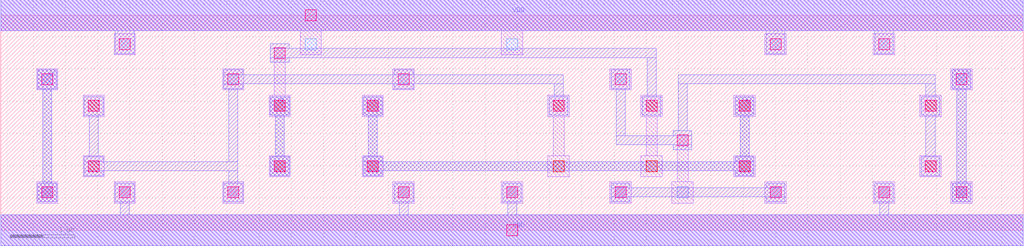
<source format=lef>
MACRO HAX1
 CLASS CORE ;
 FOREIGN HAX1 0 0 ;
 SIZE 15.84 BY 3.33 ;
 ORIGIN 0 0 ;
 SYMMETRY X Y R90 ;
 SITE unit ;
  PIN VDD
   DIRECTION INOUT ;
   USE POWER ;
   SHAPE ABUTMENT ;
    PORT
     CLASS CORE ;
       LAYER li1 ;
        RECT 0.00000000 3.09000000 15.84000000 3.57000000 ;
       LAYER met1 ;
        RECT 0.00000000 3.09000000 15.84000000 3.57000000 ;
    END
  END VDD

  PIN GND
   DIRECTION INOUT ;
   USE POWER ;
   SHAPE ABUTMENT ;
    PORT
     CLASS CORE ;
       LAYER li1 ;
        RECT 0.00000000 -0.24000000 15.84000000 0.24000000 ;
       LAYER met1 ;
        RECT 0.00000000 -0.24000000 15.84000000 0.24000000 ;
    END
  END GND

  PIN YC
   DIRECTION INOUT ;
   USE SIGNAL ;
   SHAPE ABUTMENT ;
    PORT
     CLASS CORE ;
       LAYER met1 ;
        RECT 0.57500000 0.44000000 0.86500000 0.73000000 ;
        RECT 0.65000000 0.73000000 0.79000000 2.19500000 ;
        RECT 0.57500000 2.19500000 0.86500000 2.48500000 ;
    END
  END YC

  PIN YS
   DIRECTION INOUT ;
   USE SIGNAL ;
   SHAPE ABUTMENT ;
    PORT
     CLASS CORE ;
       LAYER met1 ;
        RECT 14.73500000 0.44000000 15.02500000 0.73000000 ;
        RECT 14.81000000 0.73000000 14.95000000 2.19500000 ;
        RECT 14.73500000 2.19500000 15.02500000 2.48500000 ;
    END
  END YS

  PIN B
   DIRECTION INOUT ;
   USE SIGNAL ;
   SHAPE ABUTMENT ;
    PORT
     CLASS CORE ;
       LAYER met1 ;
        RECT 4.17500000 0.84500000 4.46500000 1.13500000 ;
        RECT 4.25000000 1.13500000 4.39000000 1.78000000 ;
        RECT 4.17500000 1.78000000 4.46500000 2.07000000 ;
    END
  END B

  PIN A
   DIRECTION INOUT ;
   USE SIGNAL ;
   SHAPE ABUTMENT ;
    PORT
     CLASS CORE ;
       LAYER met1 ;
        RECT 5.61500000 0.84500000 5.90500000 0.92000000 ;
        RECT 11.37500000 0.84500000 11.66500000 0.92000000 ;
        RECT 5.61500000 0.92000000 11.66500000 1.06000000 ;
        RECT 5.61500000 1.06000000 5.90500000 1.13500000 ;
        RECT 11.37500000 1.06000000 11.66500000 1.13500000 ;
        RECT 5.69000000 1.13500000 5.83000000 1.78000000 ;
        RECT 11.45000000 1.13500000 11.59000000 1.78000000 ;
        RECT 5.61500000 1.78000000 5.90500000 2.07000000 ;
        RECT 11.37500000 1.78000000 11.66500000 2.07000000 ;
    END
  END A

 OBS
    LAYER polycont ;
     RECT 1.35500000 0.90500000 1.52500000 1.07500000 ;
     RECT 4.23500000 0.90500000 4.40500000 1.07500000 ;
     RECT 5.67500000 0.90500000 5.84500000 1.07500000 ;
     RECT 8.55500000 0.90500000 8.72500000 1.07500000 ;
     RECT 9.99500000 0.90500000 10.16500000 1.07500000 ;
     RECT 11.43500000 0.90500000 11.60500000 1.07500000 ;
     RECT 14.31500000 0.90500000 14.48500000 1.07500000 ;
     RECT 1.35500000 1.84000000 1.52500000 2.01000000 ;
     RECT 4.23500000 1.84000000 4.40500000 2.01000000 ;
     RECT 5.67500000 1.84000000 5.84500000 2.01000000 ;
     RECT 8.55500000 1.84000000 8.72500000 2.01000000 ;
     RECT 9.99500000 1.84000000 10.16500000 2.01000000 ;
     RECT 11.43500000 1.84000000 11.60500000 2.01000000 ;
     RECT 14.31500000 1.84000000 14.48500000 2.01000000 ;

    LAYER pdiffc ;
     RECT 0.63500000 2.25500000 0.80500000 2.42500000 ;
     RECT 3.51500000 2.25500000 3.68500000 2.42500000 ;
     RECT 6.15500000 2.25500000 6.32500000 2.42500000 ;
     RECT 9.51500000 2.25500000 9.68500000 2.42500000 ;
     RECT 14.79500000 2.25500000 14.96500000 2.42500000 ;
     RECT 1.83500000 2.79500000 2.00500000 2.96500000 ;
     RECT 4.71500000 2.79500000 4.88500000 2.96500000 ;
     RECT 7.83500000 2.79500000 8.00500000 2.96500000 ;
     RECT 11.91500000 2.79500000 12.08500000 2.96500000 ;
     RECT 13.59500000 2.79500000 13.76500000 2.96500000 ;

    LAYER ndiffc ;
     RECT 0.63500000 0.50000000 0.80500000 0.67000000 ;
     RECT 1.83500000 0.50000000 2.00500000 0.67000000 ;
     RECT 3.51500000 0.50000000 3.68500000 0.67000000 ;
     RECT 6.15500000 0.50000000 6.32500000 0.67000000 ;
     RECT 7.83500000 0.50000000 8.00500000 0.67000000 ;
     RECT 9.51500000 0.50000000 9.68500000 0.67000000 ;
     RECT 10.47500000 0.50000000 10.64500000 0.67000000 ;
     RECT 11.91500000 0.50000000 12.08500000 0.67000000 ;
     RECT 13.59500000 0.50000000 13.76500000 0.67000000 ;
     RECT 14.79500000 0.50000000 14.96500000 0.67000000 ;

    LAYER li1 ;
     RECT 0.00000000 -0.24000000 15.84000000 0.24000000 ;
     RECT 0.55500000 0.42000000 0.88500000 0.75000000 ;
     RECT 1.75500000 0.42000000 2.08500000 0.75000000 ;
     RECT 3.43500000 0.42000000 3.76500000 0.75000000 ;
     RECT 6.07500000 0.42000000 6.40500000 0.75000000 ;
     RECT 7.75500000 0.42000000 8.08500000 0.75000000 ;
     RECT 9.43500000 0.42000000 9.76500000 0.75000000 ;
     RECT 11.83500000 0.42000000 12.16500000 0.75000000 ;
     RECT 13.51500000 0.42000000 13.84500000 0.75000000 ;
     RECT 14.71500000 0.42000000 15.04500000 0.75000000 ;
     RECT 1.27500000 0.82500000 1.60500000 1.15500000 ;
     RECT 4.15500000 0.82500000 4.48500000 1.15500000 ;
     RECT 5.59500000 0.82500000 5.92500000 1.15500000 ;
     RECT 11.35500000 0.82500000 11.68500000 1.15500000 ;
     RECT 14.23500000 0.82500000 14.56500000 1.15500000 ;
     RECT 10.39500000 0.42000000 10.72500000 0.75000000 ;
     RECT 10.47500000 0.75000000 10.64500000 1.48000000 ;
     RECT 1.27500000 1.76000000 1.60500000 2.09000000 ;
     RECT 5.59500000 1.76000000 5.92500000 2.09000000 ;
     RECT 8.47500000 0.82500000 8.80500000 1.15500000 ;
     RECT 8.55500000 1.15500000 8.72500000 1.76000000 ;
     RECT 8.47500000 1.76000000 8.80500000 2.09000000 ;
     RECT 9.91500000 0.82500000 10.24500000 1.15500000 ;
     RECT 9.99500000 1.15500000 10.16500000 1.76000000 ;
     RECT 9.91500000 1.76000000 10.24500000 2.09000000 ;
     RECT 11.35500000 1.76000000 11.68500000 2.09000000 ;
     RECT 14.23500000 1.76000000 14.56500000 2.09000000 ;
     RECT 0.55500000 2.17500000 0.88500000 2.50500000 ;
     RECT 3.43500000 2.17500000 3.76500000 2.50500000 ;
     RECT 6.07500000 2.17500000 6.40500000 2.50500000 ;
     RECT 9.43500000 2.17500000 9.76500000 2.50500000 ;
     RECT 14.71500000 2.17500000 15.04500000 2.50500000 ;
     RECT 4.15500000 1.76000000 4.48500000 2.09000000 ;
     RECT 4.23500000 2.09000000 4.40500000 2.83000000 ;
     RECT 1.75500000 2.71500000 2.08500000 3.04500000 ;
     RECT 11.83500000 2.71500000 12.16500000 3.04500000 ;
     RECT 13.51500000 2.71500000 13.84500000 3.04500000 ;
     RECT 4.63500000 2.71500000 4.96500000 3.09000000 ;
     RECT 7.75500000 2.71500000 8.08500000 3.09000000 ;
     RECT 0.00000000 3.09000000 15.84000000 3.57000000 ;

    LAYER viali ;
     RECT 7.83500000 -0.08500000 8.00500000 0.08500000 ;
     RECT 0.63500000 0.50000000 0.80500000 0.67000000 ;
     RECT 1.83500000 0.50000000 2.00500000 0.67000000 ;
     RECT 3.51500000 0.50000000 3.68500000 0.67000000 ;
     RECT 6.15500000 0.50000000 6.32500000 0.67000000 ;
     RECT 7.83500000 0.50000000 8.00500000 0.67000000 ;
     RECT 9.51500000 0.50000000 9.68500000 0.67000000 ;
     RECT 11.91500000 0.50000000 12.08500000 0.67000000 ;
     RECT 13.59500000 0.50000000 13.76500000 0.67000000 ;
     RECT 14.79500000 0.50000000 14.96500000 0.67000000 ;
     RECT 1.35500000 0.90500000 1.52500000 1.07500000 ;
     RECT 4.23500000 0.90500000 4.40500000 1.07500000 ;
     RECT 5.67500000 0.90500000 5.84500000 1.07500000 ;
     RECT 11.43500000 0.90500000 11.60500000 1.07500000 ;
     RECT 14.31500000 0.90500000 14.48500000 1.07500000 ;
     RECT 10.47500000 1.31000000 10.64500000 1.48000000 ;
     RECT 1.35500000 1.84000000 1.52500000 2.01000000 ;
     RECT 4.23500000 1.84000000 4.40500000 2.01000000 ;
     RECT 5.67500000 1.84000000 5.84500000 2.01000000 ;
     RECT 8.55500000 1.84000000 8.72500000 2.01000000 ;
     RECT 9.99500000 1.84000000 10.16500000 2.01000000 ;
     RECT 11.43500000 1.84000000 11.60500000 2.01000000 ;
     RECT 14.31500000 1.84000000 14.48500000 2.01000000 ;
     RECT 0.63500000 2.25500000 0.80500000 2.42500000 ;
     RECT 3.51500000 2.25500000 3.68500000 2.42500000 ;
     RECT 6.15500000 2.25500000 6.32500000 2.42500000 ;
     RECT 9.51500000 2.25500000 9.68500000 2.42500000 ;
     RECT 14.79500000 2.25500000 14.96500000 2.42500000 ;
     RECT 4.23500000 2.66000000 4.40500000 2.83000000 ;
     RECT 1.83500000 2.79500000 2.00500000 2.96500000 ;
     RECT 11.91500000 2.79500000 12.08500000 2.96500000 ;
     RECT 13.59500000 2.79500000 13.76500000 2.96500000 ;
     RECT 4.71500000 3.24500000 4.88500000 3.41500000 ;

    LAYER met1 ;
     RECT 9.45500000 0.44000000 9.74500000 0.51500000 ;
     RECT 11.85500000 0.44000000 12.14500000 0.51500000 ;
     RECT 9.45500000 0.51500000 12.14500000 0.65500000 ;
     RECT 9.45500000 0.65500000 9.74500000 0.73000000 ;
     RECT 11.85500000 0.65500000 12.14500000 0.73000000 ;
     RECT 0.00000000 -0.24000000 15.84000000 0.24000000 ;
     RECT 1.85000000 0.24000000 1.99000000 0.44000000 ;
     RECT 6.17000000 0.24000000 6.31000000 0.44000000 ;
     RECT 7.85000000 0.24000000 7.99000000 0.44000000 ;
     RECT 13.61000000 0.24000000 13.75000000 0.44000000 ;
     RECT 1.77500000 0.44000000 2.06500000 0.73000000 ;
     RECT 6.09500000 0.44000000 6.38500000 0.73000000 ;
     RECT 7.77500000 0.44000000 8.06500000 0.73000000 ;
     RECT 13.53500000 0.44000000 13.82500000 0.73000000 ;
     RECT 4.17500000 0.84500000 4.46500000 1.13500000 ;
     RECT 4.25000000 1.13500000 4.39000000 1.78000000 ;
     RECT 4.17500000 1.78000000 4.46500000 2.07000000 ;
     RECT 5.61500000 0.84500000 5.90500000 0.92000000 ;
     RECT 11.37500000 0.84500000 11.66500000 0.92000000 ;
     RECT 5.61500000 0.92000000 11.66500000 1.06000000 ;
     RECT 5.61500000 1.06000000 5.90500000 1.13500000 ;
     RECT 11.37500000 1.06000000 11.66500000 1.13500000 ;
     RECT 5.69000000 1.13500000 5.83000000 1.78000000 ;
     RECT 11.45000000 1.13500000 11.59000000 1.78000000 ;
     RECT 5.61500000 1.78000000 5.90500000 2.07000000 ;
     RECT 11.37500000 1.78000000 11.66500000 2.07000000 ;
     RECT 0.57500000 0.44000000 0.86500000 0.73000000 ;
     RECT 0.65000000 0.73000000 0.79000000 2.19500000 ;
     RECT 0.57500000 2.19500000 0.86500000 2.48500000 ;
     RECT 3.45500000 0.44000000 3.74500000 0.73000000 ;
     RECT 1.29500000 0.84500000 1.58500000 0.92000000 ;
     RECT 3.53000000 0.73000000 3.67000000 0.92000000 ;
     RECT 1.29500000 0.92000000 3.67000000 1.06000000 ;
     RECT 1.29500000 1.06000000 1.58500000 1.13500000 ;
     RECT 1.37000000 1.13500000 1.51000000 1.78000000 ;
     RECT 1.29500000 1.78000000 1.58500000 2.07000000 ;
     RECT 8.49500000 1.78000000 8.78500000 2.07000000 ;
     RECT 3.53000000 1.06000000 3.67000000 2.19500000 ;
     RECT 3.45500000 2.19500000 3.74500000 2.27000000 ;
     RECT 6.09500000 2.19500000 6.38500000 2.27000000 ;
     RECT 8.57000000 2.07000000 8.71000000 2.27000000 ;
     RECT 3.45500000 2.27000000 8.71000000 2.41000000 ;
     RECT 3.45500000 2.41000000 3.74500000 2.48500000 ;
     RECT 6.09500000 2.41000000 6.38500000 2.48500000 ;
     RECT 14.25500000 0.84500000 14.54500000 1.13500000 ;
     RECT 10.41500000 1.25000000 10.70500000 1.32500000 ;
     RECT 9.53000000 1.32500000 10.70500000 1.46500000 ;
     RECT 10.41500000 1.46500000 10.70500000 1.54000000 ;
     RECT 14.33000000 1.13500000 14.47000000 1.78000000 ;
     RECT 14.25500000 1.78000000 14.54500000 2.07000000 ;
     RECT 9.53000000 1.46500000 9.67000000 2.19500000 ;
     RECT 10.49000000 1.54000000 10.63000000 2.27000000 ;
     RECT 14.33000000 2.07000000 14.47000000 2.27000000 ;
     RECT 10.49000000 2.27000000 14.47000000 2.41000000 ;
     RECT 9.45500000 2.19500000 9.74500000 2.48500000 ;
     RECT 14.73500000 0.44000000 15.02500000 0.73000000 ;
     RECT 14.81000000 0.73000000 14.95000000 2.19500000 ;
     RECT 14.73500000 2.19500000 15.02500000 2.48500000 ;
     RECT 9.93500000 1.78000000 10.22500000 2.07000000 ;
     RECT 4.17500000 2.60000000 4.46500000 2.67500000 ;
     RECT 10.01000000 2.07000000 10.15000000 2.67500000 ;
     RECT 4.17500000 2.67500000 10.15000000 2.81500000 ;
     RECT 4.17500000 2.81500000 4.46500000 2.89000000 ;
     RECT 1.77500000 2.73500000 2.06500000 3.09000000 ;
     RECT 11.85500000 2.73500000 12.14500000 3.09000000 ;
     RECT 13.53500000 2.73500000 13.82500000 3.09000000 ;
     RECT 0.00000000 3.09000000 15.84000000 3.57000000 ;

 END
END HAX1

</source>
